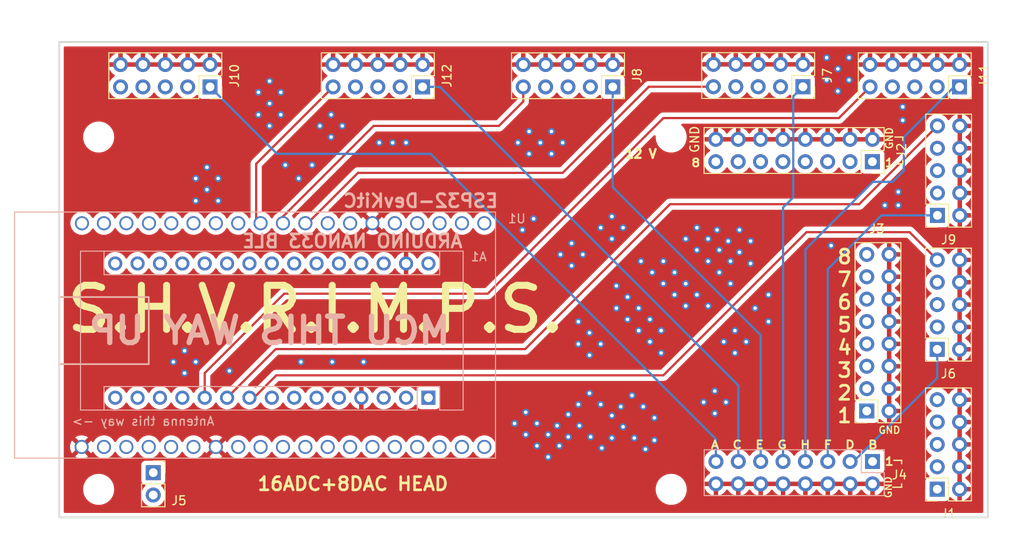
<source format=kicad_pcb>
(kicad_pcb (version 20211014) (generator pcbnew)
  (layers (0 "F.Cu" signal) (1 "In1.Cu" signal) (2 "In2.Cu" signal) (31 "B.Cu" power) (34 "B.Paste" user) (35 "F.Paste" user) (36 "B.SilkS" user "B.Silkscreen") (37 "F.SilkS" user "F.Silkscreen") (38 "B.Mask" user) (39 "F.Mask" user) (44 "Edge.Cuts" user))
  (net 0 "")
  (net 1 "Earth")
  (net 2 "VoutH")
  (net 3 "VoutG")
  (net 4 "VoutF")
  (net 5 "VoutE")
  (net 6 "VoutD")
  (net 7 "VoutC")
  (net 8 "VoutB")
  (net 9 "VoutA")
  (net 10 "ADC2_1")
  (net 11 "ADC2_2")
  (net 12 "ADC2_3")
  (net 13 "ADC2_4")
  (net 14 "ADC2_5")
  (net 15 "ADC2_6")
  (net 16 "ADC2_7")
  (net 17 "ADC2_8")
  (net 18 "ADC1_1")
  (net 19 "ADC1_2")
  (net 20 "ADC1_3")
  (net 21 "ADC1_4")
  (net 22 "ADC1_5")
  (net 23 "ADC1_6")
  (net 24 "ADC1_7")
  (net 25 "ADC1_8")
  (net 47 "RX")
  (net 48 "TX")
  (net 57 "ENA1")
  (net 58 "ENA2")
  (net 59 "ENA3")
  (net 60 "ENA4")
  (net 61 "ENA5")
  (net 63 "ENA8")
  (net 64 "ENA7")
  (net 65 "ENA6")
  (footprint "Connector_PinSocket_2.54mm:PinSocket_1x02_P2.54mm_Vertical" (layer "F.Cu") (at 60.198 78.105)
    (fp_text reference "J5" (at 2.921 3.175) (layer "F.SilkS"))
    (fp_text value "Conn_01x02_Male")
    (pad "1" thru_hole rect (at 0 0) (size 1.7 1.7) (drill 1) (layers *.Cu *.Mask) (net 47 "RX"))
    (pad "2" thru_hole oval (at 0 2.54) (size 1.7 1.7) (drill 1) (layers *.Cu *.Mask) (net 48 "TX"))
  )
  (footprint "Connector_PinSocket_2.54mm:PinSocket_2x05_P2.54mm_Vertical" (layer "F.Cu") (at 149.225 48.895 180)
    (fp_text reference "J9" (at -1.27 -2.77) (layer "F.SilkS"))
    (fp_text value "Conn_02x05_Odd_Even")
    (pad "1" thru_hole rect (at 0 0 180) (size 1.7 1.7) (drill 1) (layers *.Cu *.Mask) (net 4 "VoutF"))
    (pad "2" thru_hole oval (at -2.54 0 180) (size 1.7 1.7) (drill 1) (layers *.Cu *.Mask) (net 1 "Earth"))
    (pad "3" thru_hole oval (at 0 2.54 180) (size 1.7 1.7) (drill 1) (layers *.Cu *.Mask))
    (pad "4" thru_hole oval (at -2.54 2.54 180) (size 1.7 1.7) (drill 1) (layers *.Cu *.Mask) (net 1 "Earth"))
    (pad "5" thru_hole oval (at 0 5.08 180) (size 1.7 1.7) (drill 1) (layers *.Cu *.Mask) (net 14 "ADC2_5"))
    (pad "6" thru_hole oval (at -2.54 5.08 180) (size 1.7 1.7) (drill 1) (layers *.Cu *.Mask) (net 1 "Earth"))
    (pad "7" thru_hole oval (at 0 7.62 180) (size 1.7 1.7) (drill 1) (layers *.Cu *.Mask) (net 15 "ADC2_6"))
    (pad "8" thru_hole oval (at -2.54 7.62 180) (size 1.7 1.7) (drill 1) (layers *.Cu *.Mask) (net 1 "Earth"))
    (pad "9" thru_hole oval (at 0 10.16 180) (size 1.7 1.7) (drill 1) (layers *.Cu *.Mask) (net 65 "ENA6"))
    (pad "10" thru_hole oval (at -2.54 10.16 180) (size 1.7 1.7) (drill 1) (layers *.Cu *.Mask) (net 1 "Earth"))
  )
  (footprint "MountingHole:MountingHole_2.5mm" (layer "F.Cu") (at 54 40)
    (fp_text reference " " (at 0 -3.5) (layer "F.SilkS"))
    (fp_text value "MountingHole_2.5mm")
    (pad "" np_thru_hole circle (at 0 0) (size 2.5 2.5) (drill 2.5) (layers *.Cu *.Mask))
  )
  (footprint "MountingHole:MountingHole_2.5mm" (layer "F.Cu") (at 119 40)
    (fp_text reference " " (at 0 -3.5) (layer "F.SilkS"))
    (fp_text value "MountingHole_2.5mm")
    (pad "" np_thru_hole circle (at 0 0) (size 2.5 2.5) (drill 2.5) (layers *.Cu *.Mask))
  )
  (footprint "Connector_PinSocket_2.54mm:PinSocket_2x08_P2.54mm_Vertical" (layer "F.Cu") (at 141.204 71.105 180)
    (fp_text reference "J3" (at -1.163 20.686) (layer "F.SilkS"))
    (fp_text value "Conn_02x08_Odd_Even")
    (pad "1" thru_hole rect (at 0 0 180) (size 1.7 1.7) (drill 1) (layers *.Cu *.Mask) (net 10 "ADC2_1"))
    (pad "2" thru_hole oval (at -2.54 0 180) (size 1.7 1.7) (drill 1) (layers *.Cu *.Mask) (net 1 "Earth"))
    (pad "3" thru_hole oval (at 0 2.54 180) (size 1.7 1.7) (drill 1) (layers *.Cu *.Mask) (net 11 "ADC2_2"))
    (pad "4" thru_hole oval (at -2.54 2.54 180) (size 1.7 1.7) (drill 1) (layers *.Cu *.Mask) (net 1 "Earth"))
    (pad "5" thru_hole oval (at 0 5.08 180) (size 1.7 1.7) (drill 1) (layers *.Cu *.Mask) (net 12 "ADC2_3"))
    (pad "6" thru_hole oval (at -2.54 5.08 180) (size 1.7 1.7) (drill 1) (layers *.Cu *.Mask) (net 1 "Earth"))
    (pad "7" thru_hole oval (at 0 7.62 180) (size 1.7 1.7) (drill 1) (layers *.Cu *.Mask) (net 13 "ADC2_4"))
    (pad "8" thru_hole oval (at -2.54 7.62 180) (size 1.7 1.7) (drill 1) (layers *.Cu *.Mask) (net 1 "Earth"))
    (pad "9" thru_hole oval (at 0 10.16 180) (size 1.7 1.7) (drill 1) (layers *.Cu *.Mask) (net 14 "ADC2_5"))
    (pad "10" thru_hole oval (at -2.54 10.16 180) (size 1.7 1.7) (drill 1) (layers *.Cu *.Mask) (net 1 "Earth"))
    (pad "11" thru_hole oval (at 0 12.7 180) (size 1.7 1.7) (drill 1) (layers *.Cu *.Mask) (net 15 "ADC2_6"))
    (pad "12" thru_hole oval (at -2.54 12.7 180) (size 1.7 1.7) (drill 1) (layers *.Cu *.Mask) (net 1 "Earth"))
    (pad "13" thru_hole oval (at 0 15.24 180) (size 1.7 1.7) (drill 1) (layers *.Cu *.Mask) (net 16 "ADC2_7"))
    (pad "14" thru_hole oval (at -2.54 15.24 180) (size 1.7 1.7) (drill 1) (layers *.Cu *.Mask) (net 1 "Earth"))
    (pad "15" thru_hole oval (at 0 17.78 180) (size 1.7 1.7) (drill 1) (layers *.Cu *.Mask) (net 17 "ADC2_8"))
    (pad "16" thru_hole oval (at -2.54 17.78 180) (size 1.7 1.7) (drill 1) (layers *.Cu *.Mask) (net 1 "Earth"))
  )
  (footprint "MountingHole:MountingHole_2.5mm" (layer "F.Cu") (at 119 80)
    (fp_text reference " " (at -4.954 1.423) (layer "F.SilkS"))
    (fp_text value "MountingHole_2.5mm")
    (pad "" np_thru_hole circle (at 0 0) (size 2.5 2.5) (drill 2.5) (layers *.Cu *.Mask))
  )
  (footprint "Connector_PinSocket_2.54mm:PinSocket_2x05_P2.54mm_Vertical" (layer "F.Cu") (at 66.645 34.31 -90)
    (fp_text reference "J10" (at -1.27 -2.77 90) (layer "F.SilkS"))
    (fp_text value "Conn_02x05_Odd_Even")
    (pad "1" thru_hole rect (at 0 0 270) (size 1.7 1.7) (drill 1) (layers *.Cu *.Mask) (net 9 "VoutA"))
    (pad "2" thru_hole oval (at -2.54 0 270) (size 1.7 1.7) (drill 1) (layers *.Cu *.Mask) (net 1 "Earth"))
    (pad "3" thru_hole oval (at 0 2.54 270) (size 1.7 1.7) (drill 1) (layers *.Cu *.Mask))
    (pad "4" thru_hole oval (at -2.54 2.54 270) (size 1.7 1.7) (drill 1) (layers *.Cu *.Mask) (net 1 "Earth"))
    (pad "5" thru_hole oval (at 0 5.08 270) (size 1.7 1.7) (drill 1) (layers *.Cu *.Mask) (net 22 "ADC1_5"))
    (pad "6" thru_hole oval (at -2.54 5.08 270) (size 1.7 1.7) (drill 1) (layers *.Cu *.Mask) (net 1 "Earth"))
    (pad "7" thru_hole oval (at 0 7.62 270) (size 1.7 1.7) (drill 1) (layers *.Cu *.Mask) (net 23 "ADC1_6"))
    (pad "8" thru_hole oval (at -2.54 7.62 270) (size 1.7 1.7) (drill 1) (layers *.Cu *.Mask) (net 1 "Earth"))
    (pad "9" thru_hole oval (at 0 10.16 270) (size 1.7 1.7) (drill 1) (layers *.Cu *.Mask) (net 57 "ENA1"))
    (pad "10" thru_hole oval (at -2.54 10.16 270) (size 1.7 1.7) (drill 1) (layers *.Cu *.Mask) (net 1 "Earth"))
  )
  (footprint "MountingHole:MountingHole_2.5mm" (layer "F.Cu") (at 54 80)
    (fp_text reference " " (at 0 -3.5) (layer "F.SilkS"))
    (fp_text value "MountingHole_2.5mm")
    (pad "" np_thru_hole circle (at 0 0) (size 2.5 2.5) (drill 2.5) (layers *.Cu *.Mask))
  )
  (footprint "Connector_PinSocket_2.54mm:PinSocket_2x05_P2.54mm_Vertical" (layer "F.Cu") (at 149.205 64.105 180)
    (fp_text reference "J6" (at -1.27 -2.77) (layer "F.SilkS"))
    (fp_text value "Conn_02x05_Odd_Even")
    (pad "1" thru_hole rect (at 0 0 180) (size 1.7 1.7) (drill 1) (layers *.Cu *.Mask) (net 6 "VoutD"))
    (pad "2" thru_hole oval (at -2.54 0 180) (size 1.7 1.7) (drill 1) (layers *.Cu *.Mask) (net 1 "Earth"))
    (pad "3" thru_hole oval (at 0 2.54 180) (size 1.7 1.7) (drill 1) (layers *.Cu *.Mask))
    (pad "4" thru_hole oval (at -2.54 2.54 180) (size 1.7 1.7) (drill 1) (layers *.Cu *.Mask) (net 1 "Earth"))
    (pad "5" thru_hole oval (at 0 5.08 180) (size 1.7 1.7) (drill 1) (layers *.Cu *.Mask) (net 12 "ADC2_3"))
    (pad "6" thru_hole oval (at -2.54 5.08 180) (size 1.7 1.7) (drill 1) (layers *.Cu *.Mask) (net 1 "Earth"))
    (pad "7" thru_hole oval (at 0 7.62 180) (size 1.7 1.7) (drill 1) (layers *.Cu *.Mask) (net 13 "ADC2_4"))
    (pad "8" thru_hole oval (at -2.54 7.62 180) (size 1.7 1.7) (drill 1) (layers *.Cu *.Mask) (net 1 "Earth"))
    (pad "9" thru_hole oval (at 0 10.16 180) (size 1.7 1.7) (drill 1) (layers *.Cu *.Mask) (net 64 "ENA7"))
    (pad "10" thru_hole oval (at -2.54 10.16 180) (size 1.7 1.7) (drill 1) (layers *.Cu *.Mask) (net 1 "Earth"))
  )
  (footprint "Connector_PinSocket_2.54mm:PinSocket_2x05_P2.54mm_Vertical" (layer "F.Cu") (at 90.775 34.31 -90)
    (fp_text reference "J12" (at -1.27 -2.77 90) (layer "F.SilkS"))
    (fp_text value "Conn_02x05_Odd_Even")
    (pad "1" thru_hole rect (at 0 0 270) (size 1.7 1.7) (drill 1) (layers *.Cu *.Mask) (net 7 "VoutC"))
    (pad "2" thru_hole oval (at -2.54 0 270) (size 1.7 1.7) (drill 1) (layers *.Cu *.Mask) (net 1 "Earth"))
    (pad "3" thru_hole oval (at 0 2.54 270) (size 1.7 1.7) (drill 1) (layers *.Cu *.Mask))
    (pad "4" thru_hole oval (at -2.54 2.54 270) (size 1.7 1.7) (drill 1) (layers *.Cu *.Mask) (net 1 "Earth"))
    (pad "5" thru_hole oval (at 0 5.08 270) (size 1.7 1.7) (drill 1) (layers *.Cu *.Mask) (net 24 "ADC1_7"))
    (pad "6" thru_hole oval (at -2.54 5.08 270) (size 1.7 1.7) (drill 1) (layers *.Cu *.Mask) (net 1 "Earth"))
    (pad "7" thru_hole oval (at 0 7.62 270) (size 1.7 1.7) (drill 1) (layers *.Cu *.Mask) (net 25 "ADC1_8"))
    (pad "8" thru_hole oval (at -2.54 7.62 270) (size 1.7 1.7) (drill 1) (layers *.Cu *.Mask) (net 1 "Earth"))
    (pad "9" thru_hole oval (at 0 10.16 270) (size 1.7 1.7) (drill 1) (layers *.Cu *.Mask) (net 58 "ENA2"))
    (pad "10" thru_hole oval (at -2.54 10.16 270) (size 1.7 1.7) (drill 1) (layers *.Cu *.Mask) (net 1 "Earth"))
  )
  (footprint "Connector_PinSocket_2.54mm:PinSocket_2x05_P2.54mm_Vertical" (layer "F.Cu") (at 149.205 79.98 180)
    (fp_text reference "J1" (at -1.27 -2.77) (layer "F.SilkS"))
    (fp_text value "Conn_02x05_Odd_Even")
    (pad "1" thru_hole rect (at 0 0 180) (size 1.7 1.7) (drill 1) (layers *.Cu *.Mask) (net 8 "VoutB"))
    (pad "2" thru_hole oval (at -2.54 0 180) (size 1.7 1.7) (drill 1) (layers *.Cu *.Mask) (net 1 "Earth"))
    (pad "3" thru_hole oval (at 0 2.54 180) (size 1.7 1.7) (drill 1) (layers *.Cu *.Mask))
    (pad "4" thru_hole oval (at -2.54 2.54 180) (size 1.7 1.7) (drill 1) (layers *.Cu *.Mask) (net 1 "Earth"))
    (pad "5" thru_hole oval (at 0 5.08 180) (size 1.7 1.7) (drill 1) (layers *.Cu *.Mask) (net 10 "ADC2_1"))
    (pad "6" thru_hole oval (at -2.54 5.08 180) (size 1.7 1.7) (drill 1) (layers *.Cu *.Mask) (net 1 "Earth"))
    (pad "7" thru_hole oval (at 0 7.62 180) (size 1.7 1.7) (drill 1) (layers *.Cu *.Mask) (net 11 "ADC2_2"))
    (pad "8" thru_hole oval (at -2.54 7.62 180) (size 1.7 1.7) (drill 1) (layers *.Cu *.Mask) (net 1 "Earth"))
    (pad "9" thru_hole oval (at 0 10.16 180) (size 1.7 1.7) (drill 1) (layers *.Cu *.Mask) (net 63 "ENA8"))
    (pad "10" thru_hole oval (at -2.54 10.16 180) (size 1.7 1.7) (drill 1) (layers *.Cu *.Mask) (net 1 "Earth"))
  )
  (footprint "Connector_PinSocket_2.54mm:PinSocket_2x08_P2.54mm_Vertical" (layer "F.Cu") (at 141.844 42.799 -90)
    (fp_text reference "J2" (at -1.27 -3.317 90) (layer "F.SilkS"))
    (fp_text value "Conn_02x08_Odd_Even")
    (pad "1" thru_hole rect (at 0 0 270) (size 1.7 1.7) (drill 1) (layers *.Cu *.Mask) (net 18 "ADC1_1"))
    (pad "2" thru_hole oval (at -2.54 0 270) (size 1.7 1.7) (drill 1) (layers *.Cu *.Mask) (net 1 "Earth"))
    (pad "3" thru_hole oval (at 0 2.54 270) (size 1.7 1.7) (drill 1) (layers *.Cu *.Mask) (net 19 "ADC1_2"))
    (pad "4" thru_hole oval (at -2.54 2.54 270) (size 1.7 1.7) (drill 1) (layers *.Cu *.Mask) (net 1 "Earth"))
    (pad "5" thru_hole oval (at 0 5.08 270) (size 1.7 1.7) (drill 1) (layers *.Cu *.Mask) (net 20 "ADC1_3"))
    (pad "6" thru_hole oval (at -2.54 5.08 270) (size 1.7 1.7) (drill 1) (layers *.Cu *.Mask) (net 1 "Earth"))
    (pad "7" thru_hole oval (at 0 7.62 270) (size 1.7 1.7) (drill 1) (layers *.Cu *.Mask) (net 21 "ADC1_4"))
    (pad "8" thru_hole oval (at -2.54 7.62 270) (size 1.7 1.7) (drill 1) (layers *.Cu *.Mask) (net 1 "Earth"))
    (pad "9" thru_hole oval (at 0 10.16 270) (size 1.7 1.7) (drill 1) (layers *.Cu *.Mask) (net 22 "ADC1_5"))
    (pad "10" thru_hole oval (at -2.54 10.16 270) (size 1.7 1.7) (drill 1) (layers *.Cu *.Mask) (net 1 "Earth"))
    (pad "11" thru_hole oval (at 0 12.7 270) (size 1.7 1.7) (drill 1) (layers *.Cu *.Mask) (net 23 "ADC1_6"))
    (pad "12" thru_hole oval (at -2.54 12.7 270) (size 1.7 1.7) (drill 1) (layers *.Cu *.Mask) (net 1 "Earth"))
    (pad "13" thru_hole oval (at 0 15.24 270) (size 1.7 1.7) (drill 1) (layers *.Cu *.Mask) (net 24 "ADC1_7"))
    (pad "14" thru_hole oval (at -2.54 15.24 270) (size 1.7 1.7) (drill 1) (layers *.Cu *.Mask) (net 1 "Earth"))
    (pad "15" thru_hole oval (at 0 17.78 270) (size 1.7 1.7) (drill 1) (layers *.Cu *.Mask) (net 25 "ADC1_8"))
    (pad "16" thru_hole oval (at -2.54 17.78 270) (size 1.7 1.7) (drill 1) (layers *.Cu *.Mask) (net 1 "Earth"))
  )
  (footprint "Connector_PinSocket_2.54mm:PinSocket_2x05_P2.54mm_Vertical" (layer "F.Cu") (at 112.365 34.31 -90)
    (fp_text reference "J8" (at -1.27 -2.77 90) (layer "F.SilkS"))
    (fp_text value "Conn_02x05_Odd_Even")
    (pad "1" thru_hole rect (at 0 0 270) (size 1.7 1.7) (drill 1) (layers *.Cu *.Mask) (net 5 "VoutE"))
    (pad "2" thru_hole oval (at -2.54 0 270) (size 1.7 1.7) (drill 1) (layers *.Cu *.Mask) (net 1 "Earth"))
    (pad "3" thru_hole oval (at 0 2.54 270) (size 1.7 1.7) (drill 1) (layers *.Cu *.Mask))
    (pad "4" thru_hole oval (at -2.54 2.54 270) (size 1.7 1.7) (drill 1) (layers *.Cu *.Mask) (net 1 "Earth"))
    (pad "5" thru_hole oval (at 0 5.08 270) (size 1.7 1.7) (drill 1) (layers *.Cu *.Mask) (net 20 "ADC1_3"))
    (pad "6" thru_hole oval (at -2.54 5.08 270) (size 1.7 1.7) (drill 1) (layers *.Cu *.Mask) (net 1 "Earth"))
    (pad "7" thru_hole oval (at 0 7.62 270) (size 1.7 1.7) (drill 1) (layers *.Cu *.Mask) (net 21 "ADC1_4"))
    (pad "8" thru_hole oval (at -2.54 7.62 270) (size 1.7 1.7) (drill 1) (layers *.Cu *.Mask) (net 1 "Earth"))
    (pad "9" thru_hole oval (at 0 10.16 270) (size 1.7 1.7) (drill 1) (layers *.Cu *.Mask) (net 59 "ENA3"))
    (pad "10" thru_hole oval (at -2.54 10.16 270) (size 1.7 1.7) (drill 1) (layers *.Cu *.Mask) (net 1 "Earth"))
  )
  (footprint "Connector_PinSocket_2.54mm:PinSocket_2x05_P2.54mm_Vertical" (layer "F.Cu") (at 151.735 34.31 -90)
    (fp_text reference "J11" (at -1.27 -2.77 90) (layer "F.SilkS"))
    (fp_text value "Conn_02x05_Odd_Even")
    (pad "1" thru_hole rect (at 0 0 270) (size 1.7 1.7) (drill 1) (layers *.Cu *.Mask) (net 2 "VoutH"))
    (pad "2" thru_hole oval (at -2.54 0 270) (size 1.7 1.7) (drill 1) (layers *.Cu *.Mask) (net 1 "Earth"))
    (pad "3" thru_hole oval (at 0 2.54 270) (size 1.7 1.7) (drill 1) (layers *.Cu *.Mask))
    (pad "4" thru_hole oval (at -2.54 2.54 270) (size 1.7 1.7) (drill 1) (layers *.Cu *.Mask) (net 1 "Earth"))
    (pad "5" thru_hole oval (at 0 5.08 270) (size 1.7 1.7) (drill 1) (layers *.Cu *.Mask) (net 16 "ADC2_7"))
    (pad "6" thru_hole oval (at -2.54 5.08 270) (size 1.7 1.7) (drill 1) (layers *.Cu *.Mask) (net 1 "Earth"))
    (pad "7" thru_hole oval (at 0 7.62 270) (size 1.7 1.7) (drill 1) (layers *.Cu *.Mask) (net 17 "ADC2_8"))
    (pad "8" thru_hole oval (at -2.54 7.62 270) (size 1.7 1.7) (drill 1) (layers *.Cu *.Mask) (net 1 "Earth"))
    (pad "9" thru_hole oval (at 0 10.16 270) (size 1.7 1.7) (drill 1) (layers *.Cu *.Mask) (net 61 "ENA5"))
    (pad "10" thru_hole oval (at -2.54 10.16 270) (size 1.7 1.7) (drill 1) (layers *.Cu *.Mask) (net 1 "Earth"))
  )
  (footprint "Connector_PinSocket_2.54mm:PinSocket_2x05_P2.54mm_Vertical" (layer "F.Cu") (at 133.955 34.29 -90)
    (fp_text reference "J7" (at -1.27 -2.77 90) (layer "F.SilkS"))
    (fp_text value "Conn_02x05_Odd_Even")
    (pad "1" thru_hole rect (at 0 0 270) (size 1.7 1.7) (drill 1) (layers *.Cu *.Mask) (net 3 "VoutG"))
    (pad "2" thru_hole oval (at -2.54 0 270) (size 1.7 1.7) (drill 1) (layers *.Cu *.Mask) (net 1 "Earth"))
    (pad "3" thru_hole oval (at 0 2.54 270) (size 1.7 1.7) (drill 1) (layers *.Cu *.Mask))
    (pad "4" thru_hole oval (at -2.54 2.54 270) (size 1.7 1.7) (drill 1) (layers *.Cu *.Mask) (net 1 "Earth"))
    (pad "5" thru_hole oval (at 0 5.08 270) (size 1.7 1.7) (drill 1) (layers *.Cu *.Mask) (net 18 "ADC1_1"))
    (pad "6" thru_hole oval (at -2.54 5.08 270) (size 1.7 1.7) (drill 1) (layers *.Cu *.Mask) (net 1 "Earth"))
    (pad "7" thru_hole oval (at 0 7.62 270) (size 1.7 1.7) (drill 1) (layers *.Cu *.Mask) (net 19 "ADC1_2"))
    (pad "8" thru_hole oval (at -2.54 7.62 270) (size 1.7 1.7) (drill 1) (layers *.Cu *.Mask) (net 1 "Earth"))
    (pad "9" thru_hole oval (at 0 10.16 270) (size 1.7 1.7) (drill 1) (layers *.Cu *.Mask) (net 60 "ENA4"))
    (pad "10" thru_hole oval (at -2.54 10.16 270) (size 1.7 1.7) (drill 1) (layers *.Cu *.Mask) (net 1 "Earth"))
  )
  (footprint "Library:ESP32-devkitC-v4" (layer "B.Cu") (at 65.019 61.976 -90)
    (fp_text reference "U1" (at -12.7 -36.454 unlocked) (layer "B.SilkS") (effects (justify mirror)))
    (fp_text value "ESP32-DevKit-C")
    (pad "1" thru_hole circle (at 13.208 -32.766 90) (size 1.6 1.6) (drill 1.2) (layers *.Cu *.Mask))
    (pad "2" thru_hole circle (at 13.208 -30.226 90) (size 1.6 1.6) (drill 1.2) (layers *.Cu *.Mask))
    (pad "3" thru_hole circle (at 13.208 -27.686 90) (size 1.6 1.6) (drill 1.2) (layers *.Cu *.Mask))
    (pad "4" thru_hole circle (at 13.208 -25.146 90) (size 1.6 1.6) (drill 1.2) (layers *.Cu *.Mask) (net 63 "ENA8"))
    (pad "5" thru_hole circle (at 13.208 -22.606 90) (size 1.6 1.6) (drill 1.2) (layers *.Cu *.Mask) (net 64 "ENA7"))
    (pad "6" thru_hole circle (at 13.208 -20.066 90) (size 1.6 1.6) (drill 1.2) (layers *.Cu *.Mask))
    (pad "7" thru_hole circle (at 13.208 -17.526 90) (size 1.6 1.6) (drill 1.2) (layers *.Cu *.Mask))
    (pad "8" thru_hole circle (at 13.208 -14.986 90) (size 1.6 1.6) (drill 1.2) (layers *.Cu *.Mask))
    (pad "9" thru_hole circle (at 13.208 -12.446 90) (size 1.6 1.6) (drill 1.2) (layers *.Cu *.Mask))
    (pad "10" thru_hole circle (at 13.208 -9.906 90) (size 1.6 1.6) (drill 1.2) (layers *.Cu *.Mask))
    (pad "11" thru_hole circle (at 13.208 -7.366 90) (size 1.6 1.6) (drill 1.2) (layers *.Cu *.Mask))
    (pad "12" thru_hole circle (at 13.208 -4.826 90) (size 1.6 1.6) (drill 1.2) (layers *.Cu *.Mask))
    (pad "13" thru_hole circle (at 13.208 -2.286 90) (size 1.6 1.6) (drill 1.2) (layers *.Cu *.Mask) (net 1 "Earth"))
    (pad "14" thru_hole circle (at 13.208 0.254 90) (size 1.6 1.6) (drill 1.2) (layers *.Cu *.Mask))
    (pad "15" thru_hole circle (at 13.208 2.794 90) (size 1.6 1.6) (drill 1.2) (layers *.Cu *.Mask))
    (pad "16" thru_hole circle (at 13.208 5.334 90) (size 1.6 1.6) (drill 1.2) (layers *.Cu *.Mask))
    (pad "17" thru_hole circle (at 13.208 7.874 90) (size 1.6 1.6) (drill 1.2) (layers *.Cu *.Mask))
    (pad "18" thru_hole circle (at 13.208 10.414 90) (size 1.6 1.6) (drill 1.2) (layers *.Cu *.Mask))
    (pad "19" thru_hole circle (at 13.208 12.954 90) (size 1.6 1.6) (drill 1.2) (layers *.Cu *.Mask) (net 1 "Earth"))
    (pad "20" thru_hole circle (at -12.186285 12.916857 90) (size 1.6 1.6) (drill 1.2) (layers *.Cu *.Mask))
    (pad "21" thru_hole circle (at -12.186285 10.419986 90) (size 1.6 1.6) (drill 1.2) (layers *.Cu *.Mask))
    (pad "22" thru_hole circle (at -12.192 7.874 90) (size 1.6 1.6) (drill 1.2) (layers *.Cu *.Mask))
    (pad "23" thru_hole circle (at -12.186285 5.305428 90) (size 1.6 1.6) (drill 1.2) (layers *.Cu *.Mask))
    (pad "24" thru_hole circle (at -12.186285 2.768285 90) (size 1.6 1.6) (drill 1.2) (layers *.Cu *.Mask) (net 57 "ENA1"))
    (pad "25" thru_hole circle (at -12.192 0.254 90) (size 1.6 1.6) (drill 1.2) (layers *.Cu *.Mask))
    (pad "26" thru_hole circle (at -12.192 -2.286 90) (size 1.6 1.6) (drill 1.2) (layers *.Cu *.Mask))
    (pad "27" thru_hole circle (at -12.192 -4.826 90) (size 1.6 1.6) (drill 1.2) (layers *.Cu *.Mask))
    (pad "28" thru_hole circle (at -12.192 -7.366 90) (size 1.6 1.6) (drill 1.2) (layers *.Cu *.Mask) (net 58 "ENA2"))
    (pad "29" thru_hole circle (at -12.192 -9.906 90) (size 1.6 1.6) (drill 1.2) (layers *.Cu *.Mask) (net 59 "ENA3"))
    (pad "30" thru_hole circle (at -12.192 -12.446 90) (size 1.6 1.6) (drill 1.2) (layers *.Cu *.Mask) (net 60 "ENA4"))
    (pad "31" thru_hole circle (at -12.186285 -14.991715 90) (size 1.6 1.6) (drill 1.2) (layers *.Cu *.Mask))
    (pad "32" thru_hole circle (at -12.186285 -17.528858 90) (size 1.6 1.6) (drill 1.2) (layers *.Cu *.Mask))
    (pad "33" thru_hole circle (at -12.192 -20.066 90) (size 1.6 1.6) (drill 1.2) (layers *.Cu *.Mask) (net 1 "Earth"))
    (pad "34" thru_hole circle (at -12.192 -22.606 90) (size 1.6 1.6) (drill 1.2) (layers *.Cu *.Mask))
    (pad "35" thru_hole circle (at -12.192 -25.146 90) (size 1.6 1.6) (drill 1.2) (layers *.Cu *.Mask))
    (pad "36" thru_hole circle (at -12.192 -27.686 90) (size 1.6 1.6) (drill 1.2) (layers *.Cu *.Mask))
    (pad "37" thru_hole circle (at -12.192 -30.226 90) (size 1.6 1.6) (drill 1.2) (layers *.Cu *.Mask))
    (pad "38" thru_hole circle (at -12.192 -32.766 90) (size 1.6 1.6) (drill 1.2) (layers *.Cu *.Mask))
  )
  (footprint "Connector_PinSocket_2.54mm:PinSocket_2x08_P2.54mm_Vertical" (layer "B.Cu") (at 141.859 76.835 90)
    (fp_text reference "J4" (at -1.524 3.048 180) (layer "F.SilkS"))
    (fp_text value "Conn_02x08_Odd_Even")
    (pad "1" thru_hole rect (at 0 0 90) (size 1.7 1.7) (drill 1) (layers *.Cu *.Mask) (net 8 "VoutB"))
    (pad "2" thru_hole oval (at -2.54 0 90) (size 1.7 1.7) (drill 1) (layers *.Cu *.Mask) (net 1 "Earth"))
    (pad "3" thru_hole oval (at 0 -2.54 90) (size 1.7 1.7) (drill 1) (layers *.Cu *.Mask) (net 6 "VoutD"))
    (pad "4" thru_hole oval (at -2.54 -2.54 90) (size 1.7 1.7) (drill 1) (layers *.Cu *.Mask) (net 1 "Earth"))
    (pad "5" thru_hole oval (at 0 -5.08 90) (size 1.7 1.7) (drill 1) (layers *.Cu *.Mask) (net 4 "VoutF"))
    (pad "6" thru_hole oval (at -2.54 -5.08 90) (size 1.7 1.7) (drill 1) (layers *.Cu *.Mask) (net 1 "Earth"))
    (pad "7" thru_hole oval (at 0 -7.62 90) (size 1.7 1.7) (drill 1) (layers *.Cu *.Mask) (net 2 "VoutH"))
    (pad "8" thru_hole oval (at -2.54 -7.62 90) (size 1.7 1.7) (drill 1) (layers *.Cu *.Mask) (net 1 "Earth"))
    (pad "9" thru_hole oval (at 0 -10.16 90) (size 1.7 1.7) (drill 1) (layers *.Cu *.Mask) (net 3 "VoutG"))
    (pad "10" thru_hole oval (at -2.54 -10.16 90) (size 1.7 1.7) (drill 1) (layers *.Cu *.Mask) (net 1 "Earth"))
    (pad "11" thru_hole oval (at 0 -12.7 90) (size 1.7 1.7) (drill 1) (layers *.Cu *.Mask) (net 5 "VoutE"))
    (pad "12" thru_hole oval (at -2.54 -12.7 90) (size 1.7 1.7) (drill 1) (layers *.Cu *.Mask) (net 1 "Earth"))
    (pad "13" thru_hole oval (at 0 -15.24 90) (size 1.7 1.7) (drill 1) (layers *.Cu *.Mask) (net 7 "VoutC"))
    (pad "14" thru_hole oval (at -2.54 -15.24 90) (size 1.7 1.7) (drill 1) (layers *.Cu *.Mask) (net 1 "Earth"))
    (pad "15" thru_hole oval (at 0 -17.78 90) (size 1.7 1.7) (drill 1) (layers *.Cu *.Mask) (net 9 "VoutA"))
    (pad "16" thru_hole oval (at -2.54 -17.78 90) (size 1.7 1.7) (drill 1) (layers *.Cu *.Mask) (net 1 "Earth"))
  )
  (footprint "Module:Arduino_Nano" (layer "B.Cu") (at 91.44 69.596 90)
    (fp_text reference "A1" (at 16.002 5.715 180) (layer "B.SilkS") (effects (justify mirror)))
    (fp_text value "Arduino_Nano_v3.x")
    (pad "1" thru_hole rect (at 0 0 90) (size 1.6 1.6) (drill 1) (layers *.Cu *.Mask))
    (pad "2" thru_hole oval (at 0 -2.54 90) (size 1.6 1.6) (drill 1) (layers *.Cu *.Mask))
    (pad "3" thru_hole oval (at 0 -5.08 90) (size 1.6 1.6) (drill 1) (layers *.Cu *.Mask))
    (pad "4" thru_hole oval (at 0 -7.62 90) (size 1.6 1.6) (drill 1) (layers *.Cu *.Mask) (net 1 "Earth"))
    (pad "5" thru_hole oval (at 0 -10.16 90) (size 1.6 1.6) (drill 1) (layers *.Cu *.Mask))
    (pad "6" thru_hole oval (at 0 -12.7 90) (size 1.6 1.6) (drill 1) (layers *.Cu *.Mask))
    (pad "7" thru_hole oval (at 0 -15.24 90) (size 1.6 1.6) (drill 1) (layers *.Cu *.Mask))
    (pad "8" thru_hole oval (at 0 -17.78 90) (size 1.6 1.6) (drill 1) (layers *.Cu *.Mask) (net 63 "ENA8"))
    (pad "9" thru_hole oval (at 0 -20.32 90) (size 1.6 1.6) (drill 1) (layers *.Cu *.Mask) (net 64 "ENA7"))
    (pad "10" thru_hole oval (at 0 -22.86 90) (size 1.6 1.6) (drill 1) (layers *.Cu *.Mask) (net 65 "ENA6"))
    (pad "11" thru_hole oval (at 0 -25.4 90) (size 1.6 1.6) (drill 1) (layers *.Cu *.Mask) (net 61 "ENA5"))
    (pad "12" thru_hole oval (at 0 -27.94 90) (size 1.6 1.6) (drill 1) (layers *.Cu *.Mask))
    (pad "13" thru_hole oval (at 0 -30.48 90) (size 1.6 1.6) (drill 1) (layers *.Cu *.Mask))
    (pad "14" thru_hole oval (at 0 -33.02 90) (size 1.6 1.6) (drill 1) (layers *.Cu *.Mask))
    (pad "15" thru_hole oval (at 0 -35.56 90) (size 1.6 1.6) (drill 1) (layers *.Cu *.Mask))
    (pad "16" thru_hole oval (at 15.24 -35.56 90) (size 1.6 1.6) (drill 1) (layers *.Cu *.Mask))
    (pad "17" thru_hole oval (at 15.24 -33.02 90) (size 1.6 1.6) (drill 1) (layers *.Cu *.Mask))
    (pad "18" thru_hole oval (at 15.24 -30.48 90) (size 1.6 1.6) (drill 1) (layers *.Cu *.Mask))
    (pad "19" thru_hole oval (at 15.24 -27.94 90) (size 1.6 1.6) (drill 1) (layers *.Cu *.Mask))
    (pad "20" thru_hole oval (at 15.24 -25.4 90) (size 1.6 1.6) (drill 1) (layers *.Cu *.Mask))
    (pad "21" thru_hole oval (at 15.24 -22.86 90) (size 1.6 1.6) (drill 1) (layers *.Cu *.Mask))
    (pad "22" thru_hole oval (at 15.24 -20.32 90) (size 1.6 1.6) (drill 1) (layers *.Cu *.Mask) (net 57 "ENA1"))
    (pad "23" thru_hole oval (at 15.24 -17.78 90) (size 1.6 1.6) (drill 1) (layers *.Cu *.Mask) (net 58 "ENA2"))
    (pad "24" thru_hole oval (at 15.24 -15.24 90) (size 1.6 1.6) (drill 1) (layers *.Cu *.Mask) (net 59 "ENA3"))
    (pad "25" thru_hole oval (at 15.24 -12.7 90) (size 1.6 1.6) (drill 1) (layers *.Cu *.Mask) (net 60 "ENA4"))
    (pad "26" thru_hole oval (at 15.24 -10.16 90) (size 1.6 1.6) (drill 1) (layers *.Cu *.Mask))
    (pad "27" thru_hole oval (at 15.24 -7.62 90) (size 1.6 1.6) (drill 1) (layers *.Cu *.Mask))
    (pad "28" thru_hole oval (at 15.24 -5.08 90) (size 1.6 1.6) (drill 1) (layers *.Cu *.Mask))
    (pad "29" thru_hole oval (at 15.24 -2.54 90) (size 1.6 1.6) (drill 1) (layers *.Cu *.Mask) (net 1 "Earth"))
    (pad "30" thru_hole oval (at 15.24 0 90) (size 1.6 1.6) (drill 1) (layers *.Cu *.Mask))
  )
  (gr_rect (start 49.53 65.786) (end 59.69 58.166) (layer "B.SilkS") (width 0.2) (fill none))
  (gr_line (start 144.399 40.005) (end 145.288 40.005) (layer "F.SilkS") (width 0.15))
  (gr_line (start 145.161 76.708) (end 145.161 77.089) (layer "F.SilkS") (width 0.15))
  (gr_line (start 145.288 43.053) (end 145.288 42.672) (layer "F.SilkS") (width 0.15))
  (gr_line (start 145.288 40.005) (end 145.288 40.386) (layer "F.SilkS") (width 0.15))
  (gr_line (start 144.272 43.053) (end 145.288 43.053) (layer "F.SilkS") (width 0.15))
  (gr_line (start 145.161 79.756) (end 145.161 79.375) (layer "F.SilkS") (width 0.15))
  (gr_line (start 144.145 79.756) (end 145.161 79.756) (layer "F.SilkS") (width 0.15))
  (gr_line (start 144.272 76.708) (end 145.161 76.708) (layer "F.SilkS") (width 0.15))
  (gr_rect (start 154.94 83.185) (end 49.53 29.21) (layer "Edge.Cuts") (width 0.2) (fill none))
  (gr_text "MCU THIS WAY UP" (at 73.406 61.976) (layer "B.SilkS") (effects (font (size 3 3) (thickness 0.6)) (justify mirror)))
  (gr_text "ESP32-DevKitC" (at 90.551 47.244) (layer "B.SilkS") (effects (font (size 1.5 1.5) (thickness 0.3)) (justify mirror)))
  (gr_text "Antenna this way ->" (at 59.055 72.263) (layer "B.SilkS") (effects (font (size 1 1)) (justify mirror)))
  (gr_text "ARDUINO NANO33 BLE" (at 82.804 51.816) (layer "B.SilkS") (effects (font (size 1.5 1.5) (thickness 0.3)) (justify mirror)))
  (gr_text "A  C  E  G  H  F  D  B" (at 132.969 74.93) (layer "F.SilkS") (effects (font (size 0.9 1.03) (thickness 0.2))))
  (gr_text "8\n7\n6\n5\n4\n3\n2\n1" (at 138.684 62.611) (layer "F.SilkS") (effects (font (size 1.6 1.6) (thickness 0.3))))
  (gr_text "1\n" (at 143.764 76.835) (layer "F.SilkS") (effects (font (size 0.9 1) (thickness 0.2))))
  (gr_text "GND" (at 143.637 79.756 90) (layer "F.SilkS") (effects (font (size 0.8 0.8))))
  (gr_text "GND" (at 143.764 40.132 90) (layer "F.SilkS") (effects (font (size 0.8 0.8))))
  (gr_text "GND" (at 121.666 40.259 90) (layer "F.SilkS") (effects (font (size 1 1))))
  (gr_text "GND" (at 143.774 73.279) (layer "F.SilkS") (effects (font (size 0.8 0.8))))
  (gr_text "16ADC+8DAC HEAD" (at 71.882 79.375) (layer "F.SilkS") (effects (font (size 1.5 1.5) (thickness 0.3)) (justify left)))
  (gr_text "S.H.V.R.I.M.P.S." (at 78.613 59.563) (layer "F.SilkS") (effects (font (size 5 5) (thickness 0.8))))
  (gr_text "8" (at 121.793 42.926) (layer "F.SilkS") (effects (font (size 0.9 1) (thickness 0.2))))
  (gr_text "1" (at 143.764 42.926) (layer "F.SilkS") (effects (font (size 0.9 1) (thickness 0.2))))
  (gr_text "12 V" (at 115.57 41.91) (layer "F.SilkS") (effects (font (size 1 1) (thickness 0.25))))
  (via (at 125.476 51.816) (size 0.8) (drill 0.4) (layers "F.Cu" "B.Cu") (net 1))
  (via (at 117.856 61.976) (size 0.8) (drill 0.4) (layers "F.Cu" "B.Cu") (net 1))
  (via (at 65.024 65.532) (size 0.8) (drill 0.4) (layers "F.Cu" "B.Cu") (net 1))
  (via (at 109.855 74.041) (size 0.8) (drill 0.4) (layers "F.Cu" "B.Cu") (net 1))
  (via (at 107.315 71.501) (size 0.8) (drill 0.4) (layers "F.Cu" "B.Cu") (net 1))
  (via (at 73.406 38.735) (size 0.8) (drill 0.4) (layers "F.Cu" "B.Cu") (net 1))
  (via (at 118.11 56.642) (size 0.8) (drill 0.4) (layers "F.Cu" "B.Cu") (net 1))
  (via (at 130.048 57.912) (size 0.8) (drill 0.4) (layers "F.Cu" "B.Cu") (net 1))
  (via (at 117.094 71.882) (size 0.8) (drill 0.4) (layers "F.Cu" "B.Cu") (net 1))
  (via (at 126.746 53.086) (size 0.8) (drill 0.4) (layers "F.Cu" "B.Cu") (net 1))
  (via (at 114.808 74.168) (size 0.8) (drill 0.4) (layers "F.Cu" "B.Cu") (net 1))
  (via (at 85.852 40.64) (size 0.8) (drill 0.4) (layers "F.Cu" "B.Cu") (net 1))
  (via (at 120.65 59.182) (size 0.8) (drill 0.4) (layers "F.Cu" "B.Cu") (net 1))
  (via (at 110.998 70.358) (size 0.8) (drill 0.4) (layers "F.Cu" "B.Cu") (net 1))
  (via (at 121.92 52.832) (size 0.8) (drill 0.4) (layers "F.Cu" "B.Cu") (net 1))
  (via (at 102.489 71.247) (size 0.8) (drill 0.4) (layers "F.Cu" "B.Cu") (net 1))
  (via (at 117.856 64.516) (size 0.8) (drill 0.4) (layers "F.Cu" "B.Cu") (net 1))
  (via (at 144.78 46.228) (size 0.8) (drill 0.4) (layers "F.Cu" "B.Cu") (net 1))
  (via (at 84.074 65.532) (size 0.8) (drill 0.4) (layers "F.Cu" "B.Cu") (net 1))
  (via (at 124.968 63.246) (size 0.8) (drill 0.4) (layers "F.Cu" "B.Cu") (net 1))
  (via (at 139.192 30.988) (size 0.8) (drill 0.4) (layers "F.Cu" "B.Cu") (net 1))
  (via (at 128.016 54.356) (size 0.8) (drill 0.4) (layers "F.Cu" "B.Cu") (net 1))
  (via (at 103.378 49.276) (size 0.8) (drill 0.4) (layers "F.Cu" "B.Cu") (net 1))
  (via (at 102.489 73.787) (size 0.8) (drill 0.4) (layers "F.Cu" "B.Cu") (net 1))
  (via (at 68.834 66.548) (size 0.8) (drill 0.4) (layers "F.Cu" "B.Cu") (net 1))
  (via (at 72.136 37.465) (size 0.8) (drill 0.4) (layers "F.Cu" "B.Cu") (net 1))
  (via (at 76.962 65.532) (size 0.8) (drill 0.4) (layers "F.Cu" "B.Cu") (net 1))
  (via (at 136.652 33.528) (size 0.8) (drill 0.4) (layers "F.Cu" "B.Cu") (net 1))
  (via (at 124.46 55.372) (size 0.8) (drill 0.4) (layers "F.Cu" "B.Cu") (net 1))
  (via (at 116.586 63.246) (size 0.8) (drill 0.4) (layers "F.Cu" "B.Cu") (net 1))
  (via (at 105.41 39.37) (size 0.8) (drill 0.4) (layers "F.Cu" "B.Cu") (net 1))
  (via (at 130.048 60.96) (size 0.8) (drill 0.4) (layers "F.Cu" "B.Cu") (net 1))
  (via (at 114.554 69.342) (size 0.8) (drill 0.4) (layers "F.Cu" "B.Cu") (net 1))
  (via (at 118.11 54.102) (size 0.8) (drill 0.4) (layers "F.Cu" "B.Cu") (net 1))
  (via (at 63.754 64.262) (size 0.8) (drill 0.4) (layers "F.Cu" "B.Cu") (net 1))
  (via (at 143.256 47.752) (size 0.8) (drill 0.4) (layers "F.Cu" "B.Cu") (net 1))
  (via (at 136.652 30.988) (size 0.8) (drill 0.4) (layers "F.Cu" "B.Cu") (net 1))
  (via (at 106.426 53.34) (size 0.8) (drill 0.4) (layers "F.Cu" "B.Cu") (net 1))
  (via (at 103.759 72.517) (size 0.8) (drill 0.4) (layers "F.Cu" "B.Cu") (net 1))
  (via (at 113.538 72.898) (size 0.8) (drill 0.4) (layers "F.Cu" "B.Cu") (net 1))
  (via (at 112.776 59.436) (size 0.8) (drill 0.4) (layers "F.Cu" "B.Cu") (net 1))
  (via (at 87.376 40.64) (size 0.8) (drill 0.4) (layers "F.Cu" "B.Cu") (net 1))
  (via (at 67.564 44.704) (size 0.8) (drill 0.4) (layers "F.Cu" "B.Cu") (net 1))
  (via (at 137.16 52.324) (size 0.8) (drill 0.4) (layers "F.Cu" "B.Cu") (net 1))
  (via (at 115.316 61.976) (size 0.8) (drill 0.4) (layers "F.Cu" "B.Cu") (net 1))
  (via (at 127.508 63.246) (size 0.8) (drill 0.4) (layers "F.Cu" "B.Cu") (net 1))
  (via (at 116.078 75.438) (size 0.8) (drill 0.4) (layers "F.Cu" "B.Cu") (net 1))
  (via (at 102.87 39.37) (size 0.8) (drill 0.4) (layers "F.Cu" "B.Cu") (net 1))
  (via (at 124.206 50.546) (size 0.8) (drill 0.4) (layers "F.Cu" "B.Cu") (net 1))
  (via (at 137.922 34.798) (size 0.8) (drill 0.4) (layers "F.Cu" "B.Cu") (net 1))
  (via (at 105.029 73.787) (size 0.8) (drill 0.4) (layers "F.Cu" "B.Cu") (net 1))
  (via (at 139.192 33.528) (size 0.8) (drill 0.4) (layers "F.Cu" "B.Cu") (net 1))
  (via (at 109.728 69.088) (size 0.8) (drill 0.4) (layers "F.Cu" "B.Cu") (net 1))
  (via (at 105.029 76.327) (size 0.8) (drill 0.4) (layers "F.Cu" "B.Cu") (net 1))
  (via (at 116.586 63.246) (size 0.8) (drill 0.4) (layers "F.Cu" "B.Cu") (net 1))
  (via (at 108.458 60.96) (size 0.8) (drill 0.4) (layers "F.Cu" "B.Cu") (net 1))
  (via (at 103.759 75.057) (size 0.8) (drill 0.4) (layers "F.Cu" "B.Cu") (net 1))
  (via (at 78.232 43.18) (size 0.8) (drill 0.4) (layers "F.Cu" "B.Cu") (net 1))
  (via (at 102.87 41.91) (size 0.8) (drill 0.4) (layers "F.Cu" "B.Cu") (net 1))
  (via (at 73.406 36.195) (size 0.8) (drill 0.4) (layers "F.Cu" "B.Cu") (net 1))
  (via (at 115.824 70.612) (size 0.8) (drill 0.4) (layers "F.Cu" "B.Cu") (net 1))
  (via (at 63.754 66.802) (size 0.8) (drill 0.4) (layers "F.Cu" "B.Cu") (net 1))
  (via (at 79.121 38.735) (size 0.8) (drill 0.4) (layers "F.Cu" "B.Cu") (net 1))
  (via (at 112.268 49.022) (size 0.8) (drill 0.4) (layers "F.Cu" "B.Cu") (net 1))
  (via (at 108.966 53.34) (size 0.8) (drill 0.4) (layers "F.Cu" "B.Cu") (net 1))
  (via (at 145.288 36.576) (size 0.8) (drill 0.4) (layers "F.Cu" "B.Cu") (net 1))
  (via (at 128.524 59.436) (size 0.8) (drill 0.4) (layers "F.Cu" "B.Cu") (net 1))
  (via (at 115.57 54.102) (size 0.8) (drill 0.4) (layers "F.Cu" "B.Cu") (net 1))
  (via (at 111.125 75.311) (size 0.8) (drill 0.4) (layers "F.Cu" "B.Cu") (net 1))
  (via (at 112.776 56.896) (size 0.8) (drill 0.4) (layers "F.Cu" "B.Cu") (net 1))
  (via (at 104.14 40.64) (size 0.8) (drill 0.4) (layers "F.Cu" "B.Cu") (net 1))
  (via (at 80.391 37.465) (size 0.8) (drill 0.4) (layers "F.Cu" "B.Cu") (net 1))
  (via (at 106.045 72.771) (size 0.8) (drill 0.4) (layers "F.Cu" "B.Cu") (net 1))
  (via (at 73.406 33.655) (size 0.8) (drill 0.4) (layers "F.Cu" "B.Cu") (net 1))
  (via (at 80.518 65.532) (size 0.8) (drill 0.4) (layers "F.Cu" "B.Cu") (net 1))
  (via (at 72.136 34.925) (size 0.8) (drill 0.4) (layers "F.Cu" "B.Cu") (net 1))
  (via (at 88.9 40.64) (size 0.8) (drill 0.4) (layers "F.Cu" "B.Cu") (net 1))
  (via (at 122.682 70.104) (size 0.8) (drill 0.4) (layers "F.Cu" "B.Cu") (net 1))
  (via (at 121.92 50.292) (size 0.8) (drill 0.4) (layers "F.Cu" "B.Cu") (net 1))
  (via (at 107.696 52.07) (size 0.8) (drill 0.4) (layers "F.Cu" "B.Cu") (net 1))
  (via (at 126.238 61.976) (size 0.8) (drill 0.4) (layers "F.Cu" "B.Cu") (net 1))
  (via (at 112.268 51.562) (size 0.8) (drill 0.4) (layers "F.Cu" "B.Cu") (net 1))
  (via (at 108.585 72.771) (size 0.8) (drill 0.4) (layers "F.Cu" "B.Cu") (net 1))
  (via (at 113.284 70.612) (size 0.8) (drill 0.4) (layers "F.Cu" "B.Cu") (net 1))
  (via (at 126.746 50.546) (size 0.8) (drill 0.4) (layers "F.Cu" "B.Cu") (net 1))
  (via (at 120.65 59.182) (size 0.8) (drill 0.4) (layers "F.Cu" "B.Cu") (net 1))
  (via (at 65.024 44.704) (size 0.8) (drill 0.4) (layers "F.Cu" "B.Cu") (net 1))
  (via (at 67.564 47.244) (size 0.8) (drill 0.4) (layers "F.Cu" "B.Cu") (net 1))
  (via (at 117.094 74.422) (size 0.8) (drill 0.4) (layers "F.Cu" "B.Cu") (net 1))
  (via (at 102.108 50.546) (size 0.8) (drill 0.4) (layers "F.Cu" "B.Cu") (net 1))
  (via (at 80.391 40.005) (size 0.8) (drill 0.4) (layers "F.Cu" "B.Cu") (net 1))
  (via (at 66.294 43.434) (size 0.8) (drill 0.4) (layers "F.Cu" "B.Cu") (net 1))
  (via (at 115.316 61.976) (size 0.8) (drill 0.4) (layers "F.Cu" "B.Cu") (net 1))
  (via (at 108.458 70.358) (size 0.8) (drill 0.4) (layers "F.Cu" "B.Cu") (net 1))
  (via (at 107.696 54.61) (size 0.8) (drill 0.4) (layers "F.Cu" "B.Cu") (net 1))
  (via (at 110.998 63.5) (size 0.8) (drill 0.4) (layers "F.Cu" "B.Cu") (net 1))
  (via (at 125.222 70.104) (size 0.8) (drill 0.4) (layers "F.Cu" "B.Cu") (net 1))
  (via (at 106.68 40.64) (size 0.8) (drill 0.4) (layers "F.Cu" "B.Cu") (net 1))
  (via (at 66.294 45.974) (size 0.8) (drill 0.4) (layers "F.Cu" "B.Cu") (net 1))
  (via (at 116.586 60.706) (size 0.8) (drill 0.4) (layers "F.Cu" "B.Cu") (net 1))
  (via (at 109.728 62.23) (size 0.8) (drill 0.4) (layers "F.Cu" "B.Cu") (net 1))
  (via (at 120.65 56.642) (size 0.8) (drill 0.4) (layers "F.Cu" "B.Cu") (net 1))
  (via (at 119.38 57.912) (size 0.8) (drill 0.4) (layers "F.Cu" "B.Cu") (net 1))
  (via (at 121.92 57.912) (size 0.8) (drill 0.4) (layers "F.Cu" "B.Cu") (net 1))
  (via (at 115.316 59.436) (size 0.8) (drill 0.4) (layers "F.Cu" "B.Cu") (net 1))
  (via (at 144.78 47.752) (size 0.8) (drill 0.4) (layers "F.Cu" "B.Cu") (net 1))
  (via (at 121.92 57.912) (size 0.8) (drill 0.4) (layers "F.Cu" "B.Cu") (net 1))
  (via (at 108.458 63.5) (size 0.8) (drill 0.4) (layers "F.Cu" "B.Cu") (net 1))
  (via (at 114.046 60.706) (size 0.8) (drill 0.4) (layers "F.Cu" "B.Cu") (net 1))
  (via (at 113.538 50.292) (size 0.8) (drill 0.4) (layers "F.Cu" "B.Cu") (net 1))
  (via (at 123.952 68.834) (size 0.8) (drill 0.4) (layers "F.Cu" "B.Cu") (net 1))
  (via (at 126.238 64.516) (size 0.8) (drill 0.4) (layers "F.Cu" "B.Cu") (net 1))
  (via (at 125.73 54.102) (size 0.8) (drill 0.4) (layers "F.Cu" "B.Cu") (net 1))
  (via (at 114.046 58.166) (size 0.8) (drill 0.4) (layers "F.Cu" "B.Cu") (net 1))
  (via (at 119.38 55.372) (size 0.8) (drill 0.4) (layers "F.Cu" "B.Cu") (net 1))
  (via (at 116.84 55.372) (size 0.8) (drill 0.4) (layers "F.Cu" "B.Cu") (net 1))
  (via (at 123.19 51.562) (size 0.8) (drill 0.4) (layers "F.Cu" "B.Cu") (net 1))
  (via (at 65.024 47.244) (size 0.8) (drill 0.4) (layers "F.Cu" "B.Cu") (net 1))
  (via (at 120.65 56.642) (size 0.8) (drill 0.4) (layers "F.Cu" "B.Cu") (net 1))
  (via (at 110.998 50.292) (size 0.8) (drill 0.4) (layers "F.Cu" "B.Cu") (net 1))
  (via (at 101.6 40.64) (size 0.8) (drill 0.4) (layers "F.Cu" "B.Cu") (net 1))
  (via (at 125.73 56.642) (size 0.8) (drill 0.4) (layers "F.Cu" "B.Cu") (net 1))
  (via (at 117.856 61.976) (size 0.8) (drill 0.4) (layers "F.Cu" "B.Cu") (net 1))
  (via (at 74.676 34.925) (size 0.8) (drill 0.4) (layers "F.Cu" "B.Cu") (net 1))
  (via (at 112.268 74.168) (size 0.8) (drill 0.4) (layers "F.Cu" "B.Cu") (net 1))
  (via (at 106.299 75.057) (size 0.8) (drill 0.4) (layers "F.Cu" "B.Cu") (net 1))
  (via (at 123.952 71.374) (size 0.8) (drill 0.4) (layers "F.Cu" "B.Cu") (net 1))
  (via (at 120.65 51.562) (size 0.8) (drill 0.4) (layers "F.Cu" "B.Cu") (net 1))
  (via (at 112.268 71.628) (size 0.8) (drill 0.4) (layers "F.Cu" "B.Cu") (net 1))
  (via (at 75.184 43.18) (size 0.8) (drill 0.4) (layers "F.Cu" "B.Cu") (net 1))
  (via (at 145.288 38.1) (size 0.8) (drill 0.4) (layers "F.Cu" "B.Cu") (net 1))
  (via (at 105.41 41.91) (size 0.8) (drill 0.4) (layers "F.Cu" "B.Cu") (net 1))
  (via (at 101.219 72.517) (size 0.8) (drill 0.4) (layers "F.Cu" "B.Cu") (net 1))
  (via (at 107.315 74.041) (size 0.8) (drill 0.4) (layers "F.Cu" "B.Cu") (net 1))
  (via (at 74.676 37.465) (size 0.8) (drill 0.4) (layers "F.Cu" "B.Cu") (net 1))
  (via (at 119.38 57.912) (size 0.8) (drill 0.4) (layers "F.Cu" "B.Cu") (net 1))
  (via (at 109.728 64.77) (size 0.8) (drill 0.4) (layers "F.Cu" "B.Cu") (net 1))
  (via (at 76.708 44.704) (size 0.8) (drill 0.4) (layers "F.Cu" "B.Cu") (net 1))
  (via (at 137.922 32.258) (size 0.8) (drill 0.4) (layers "F.Cu" "B.Cu") (net 1))
  (via (at 81.661 38.735) (size 0.8) (drill 0.4) (layers "F.Cu" "B.Cu") (net 1))
  (via (at 123.19 54.102) (size 0.8) (drill 0.4) (layers "F.Cu" "B.Cu") (net 1))
  (via (at 123.19 59.182) (size 0.8) (drill 0.4) (layers "F.Cu" "B.Cu") (net 1))
  (via (at 62.484 65.532) (size 0.8) (drill 0.4) (layers "F.Cu" "B.Cu") (net 1))
  (via (at 124.46 52.832) (size 0.8) (drill 0.4) (layers "F.Cu" "B.Cu") (net 1))
  (via (at 128.016 51.816) (size 0.8) (drill 0.4) (layers "F.Cu" "B.Cu") (net 1))
  (segment (start 145.415 40) (end 151.105 34.31) (width 0.25) (layer "B.Cu") (net 2))
  (segment (start 134.239 52.753022) (end 141.907022 45.085) (width 0.25) (layer "B.Cu") (net 2))
  (segment (start 145.415 43.815) (end 145.415 40) (width 0.25) (layer "B.Cu") (net 2))
  (segment (start 134.239 76.835) (end 134.239 52.753022) (width 0.25) (layer "B.Cu") (net 2))
  (segment (start 144.145 45.085) (end 145.415 43.815) (width 0.25) (layer "B.Cu") (net 2))
  (segment (start 141.907022 45.085) (end 144.145 45.085) (width 0.25) (layer "B.Cu") (net 2))
  (segment (start 151.105 34.31) (end 151.735 34.31) (width 0.25) (layer "B.Cu") (net 2))
  (segment (start 131.699 48.006) (end 132.858511 46.846489) (width 0.25) (layer "B.Cu") (net 3))
  (segment (start 131.699 76.835) (end 131.699 48.006) (width 0.25) (layer "B.Cu") (net 3))
  (segment (start 132.858511 46.846489) (end 132.858511 35.386489) (width 0.25) (layer "B.Cu") (net 3))
  (segment (start 132.858511 35.386489) (end 133.955 34.29) (width 0.25) (layer "B.Cu") (net 3))
  (segment (start 149.225 48.895) (end 142.875 48.895) (width 0.25) (layer "B.Cu") (net 4))
  (segment (start 142.875 48.895) (end 136.779 54.991) (width 0.25) (layer "B.Cu") (net 4))
  (segment (start 136.779 54.991) (end 136.779 76.835) (width 0.25) (layer "B.Cu") (net 4))
  (segment (start 129.159 76.835) (end 129.159 62.484) (width 0.25) (layer "B.Cu") (net 5))
  (segment (start 112.365 45.69) (end 112.365 34.31) (width 0.25) (layer "B.Cu") (net 5))
  (segment (start 129.159 62.484) (end 112.365 45.69) (width 0.25) (layer "B.Cu") (net 5))
  (segment (start 149.205 67.33) (end 149.205 64.105) (width 0.25) (layer "B.Cu") (net 6))
  (segment (start 139.7 76.835) (end 149.205 67.33) (width 0.25) (layer "B.Cu") (net 6))
  (segment (start 139.319 76.835) (end 139.7 76.835) (width 0.25) (layer "B.Cu") (net 6))
  (segment (start 126.619 68.199) (end 92.73 34.31) (width 0.25) (layer "B.Cu") (net 7))
  (segment (start 92.73 34.31) (end 90.775 34.31) (width 0.25) (layer "B.Cu") (net 7))
  (segment (start 126.619 76.835) (end 126.619 68.199) (width 0.25) (layer "B.Cu") (net 7))
  (segment (start 124.079 76.835) (end 124.079 74.295) (width 0.25) (layer "B.Cu") (net 9))
  (segment (start 74.245 41.91) (end 66.645 34.31) (width 0.25) (layer "B.Cu") (net 9))
  (segment (start 124.079 74.295) (end 91.694 41.91) (width 0.25) (layer "B.Cu") (net 9))
  (segment (start 91.694 41.91) (end 74.245 41.91) (width 0.25) (layer "B.Cu") (net 9))
  (segment (start 71.882 49.281) (end 71.882 43.043) (width 0.25) (layer "F.Cu") (net 58))
  (segment (start 71.882 43.043) (end 80.615 34.31) (width 0.25) (layer "F.Cu") (net 58))
  (segment (start 72.385 49.784) (end 71.882 49.281) (width 0.25) (layer "F.Cu") (net 58))
  (segment (start 74.925 49.784) (end 74.925 49.027) (width 0.25) (layer "F.Cu") (net 59))
  (segment (start 102.205 35.971) (end 102.205 34.31) (width 0.25) (layer "F.Cu") (net 59))
  (segment (start 74.925 49.027) (end 85.217 38.735) (width 0.25) (layer "F.Cu") (net 59))
  (segment (start 85.217 38.735) (end 99.441 38.735) (width 0.25) (layer "F.Cu") (net 59))
  (segment (start 99.441 38.735) (end 102.205 35.971) (width 0.25) (layer "F.Cu") (net 59))
  (segment (start 106.68 44.069) (end 116.459 34.29) (width 0.25) (layer "F.Cu") (net 60))
  (segment (start 77.724 49.784) (end 83.439 44.069) (width 0.25) (layer "F.Cu") (net 60))
  (segment (start 83.439 44.069) (end 106.68 44.069) (width 0.25) (layer "F.Cu") (net 60))
  (segment (start 77.465 49.784) (end 77.724 49.784) (width 0.25) (layer "F.Cu") (net 60))
  (segment (start 116.459 34.29) (end 123.795 34.29) (width 0.25) (layer "F.Cu") (net 60))
  (segment (start 66.04 69.596) (end 66.04 66.802) (width 0.25) (layer "F.Cu") (net 61))
  (segment (start 98.171 57.785) (end 118.11 37.846) (width 0.25) (layer "F.Cu") (net 61))
  (segment (start 138.039 37.846) (end 141.575 34.31) (width 0.25) (layer "F.Cu") (net 61))
  (segment (start 75.057 57.785) (end 98.171 57.785) (width 0.25) (layer "F.Cu") (net 61))
  (segment (start 66.04 66.802) (end 75.057 57.785) (width 0.25) (layer "F.Cu") (net 61))
  (segment (start 118.11 37.846) (end 138.039 37.846) (width 0.25) (layer "F.Cu") (net 61))
  (segment (start 149.205 53.945) (end 146.06 50.8) (width 0.25) (layer "F.Cu") (net 64))
  (segment (start 118.11 67.056) (end 74.168 67.056) (width 0.25) (layer "F.Cu") (net 64))
  (segment (start 134.366 50.8) (end 118.11 67.056) (width 0.25) (layer "F.Cu") (net 64))
  (segment (start 74.168 67.056) (end 71.628 69.596) (width 0.25) (layer "F.Cu") (net 64))
  (segment (start 146.06 50.8) (end 134.366 50.8) (width 0.25) (layer "F.Cu") (net 64))
  (segment (start 71.628 69.596) (end 71.12 69.596) (width 0.25) (layer "F.Cu") (net 64))
  (segment (start 68.58 69.596) (end 74.09948 64.07652) (width 0.25) (layer "F.Cu") (net 65))
  (segment (start 140.335 47.625) (end 149.225 38.735) (width 0.25) (layer "F.Cu") (net 65))
  (segment (start 102.42048 64.07652) (end 118.872 47.625) (width 0.25) (layer "F.Cu") (net 65))
  (segment (start 118.872 47.625) (end 140.335 47.625) (width 0.25) (layer "F.Cu") (net 65))
  (segment (start 74.09948 64.07652) (end 102.42048 64.07652) (width 0.25) (layer "F.Cu") (net 65))
  (zone (net 1) (net_name "Earth") (layers "F.Cu" "In2.Cu") (connect_pads thru_hole_only (clearance 0.508)) (min_thickness 0.254) (fill yes (thermal_gap 0.508) (thermal_bridge_width 0.508))
    (polygon (pts (xy 155.829 28.575) (xy 155.702 86.487) (xy 42.799 86.614) (xy 42.799 28.448)))
  )
)
</source>
